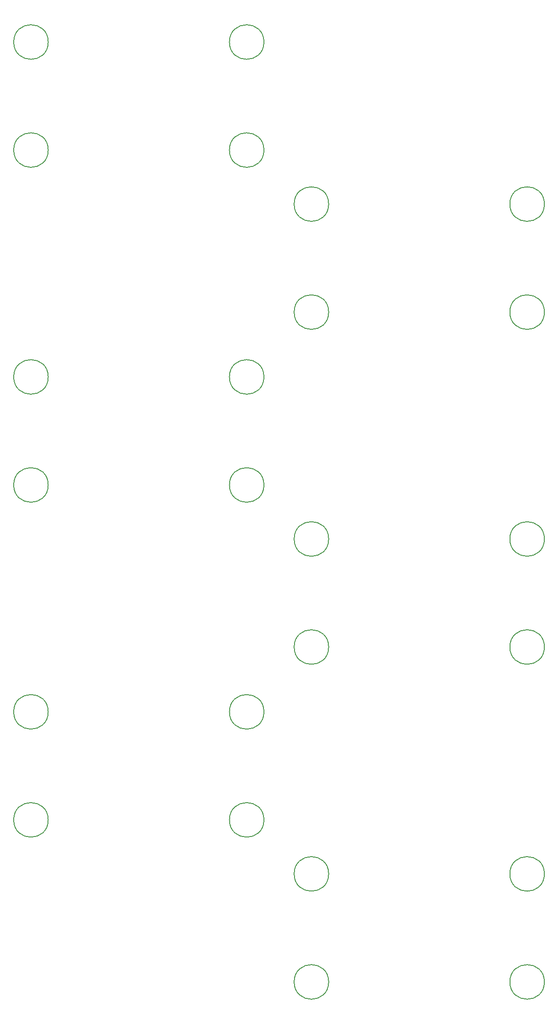
<source format=gbr>
G04 #@! TF.GenerationSoftware,KiCad,Pcbnew,7.0.5-7.0.5~ubuntu22.04.1*
G04 #@! TF.CreationDate,2023-06-19T14:44:07+01:00*
G04 #@! TF.ProjectId,panel,70616e65-6c2e-46b6-9963-61645f706362,v01*
G04 #@! TF.SameCoordinates,Original*
G04 #@! TF.FileFunction,Other,Comment*
%FSLAX46Y46*%
G04 Gerber Fmt 4.6, Leading zero omitted, Abs format (unit mm)*
G04 Created by KiCad (PCBNEW 7.0.5-7.0.5~ubuntu22.04.1) date 2023-06-19 14:44:07*
%MOMM*%
%LPD*%
G01*
G04 APERTURE LIST*
%ADD10C,0.150000*%
G04 APERTURE END LIST*
D10*
G04 #@! TO.C,H4*
X8200000Y-25000000D02*
G75*
G03*
X8200000Y-25000000I-3200000J0D01*
G01*
G04 #@! TO.C,H1*
X100200000Y-117000000D02*
G75*
G03*
X100200000Y-117000000I-3200000J0D01*
G01*
G04 #@! TO.C,H3*
X48200000Y-149000000D02*
G75*
G03*
X48200000Y-149000000I-3200000J0D01*
G01*
X60200000Y-159000000D02*
G75*
G03*
X60200000Y-159000000I-3200000J0D01*
G01*
X60200000Y-97000000D02*
G75*
G03*
X60200000Y-97000000I-3200000J0D01*
G01*
G04 #@! TO.C,H1*
X100200000Y-179000000D02*
G75*
G03*
X100200000Y-179000000I-3200000J0D01*
G01*
G04 #@! TO.C,H4*
X8200000Y-87000000D02*
G75*
G03*
X8200000Y-87000000I-3200000J0D01*
G01*
G04 #@! TO.C,H1*
X100200000Y-55000000D02*
G75*
G03*
X100200000Y-55000000I-3200000J0D01*
G01*
G04 #@! TO.C,H3*
X48200000Y-87000000D02*
G75*
G03*
X48200000Y-87000000I-3200000J0D01*
G01*
X60200000Y-35000000D02*
G75*
G03*
X60200000Y-35000000I-3200000J0D01*
G01*
G04 #@! TO.C,H4*
X100200000Y-159000000D02*
G75*
G03*
X100200000Y-159000000I-3200000J0D01*
G01*
X8200000Y-149000000D02*
G75*
G03*
X8200000Y-149000000I-3200000J0D01*
G01*
G04 #@! TO.C,H2*
X48200000Y-129000000D02*
G75*
G03*
X48200000Y-129000000I-3200000J0D01*
G01*
G04 #@! TO.C,H1*
X8200000Y-5000000D02*
G75*
G03*
X8200000Y-5000000I-3200000J0D01*
G01*
G04 #@! TO.C,H2*
X48200000Y-5000000D02*
G75*
G03*
X48200000Y-5000000I-3200000J0D01*
G01*
X60200000Y-179000000D02*
G75*
G03*
X60200000Y-179000000I-3200000J0D01*
G01*
X60200000Y-117000000D02*
G75*
G03*
X60200000Y-117000000I-3200000J0D01*
G01*
G04 #@! TO.C,H1*
X8200000Y-67000000D02*
G75*
G03*
X8200000Y-67000000I-3200000J0D01*
G01*
G04 #@! TO.C,H4*
X100200000Y-35000000D02*
G75*
G03*
X100200000Y-35000000I-3200000J0D01*
G01*
G04 #@! TO.C,H2*
X48200000Y-67000000D02*
G75*
G03*
X48200000Y-67000000I-3200000J0D01*
G01*
G04 #@! TO.C,H4*
X100200000Y-97000000D02*
G75*
G03*
X100200000Y-97000000I-3200000J0D01*
G01*
G04 #@! TO.C,H1*
X8200000Y-129000000D02*
G75*
G03*
X8200000Y-129000000I-3200000J0D01*
G01*
G04 #@! TO.C,H2*
X60200000Y-55000000D02*
G75*
G03*
X60200000Y-55000000I-3200000J0D01*
G01*
G04 #@! TO.C,H3*
X48200000Y-25000000D02*
G75*
G03*
X48200000Y-25000000I-3200000J0D01*
G01*
G04 #@! TD*
M02*

</source>
